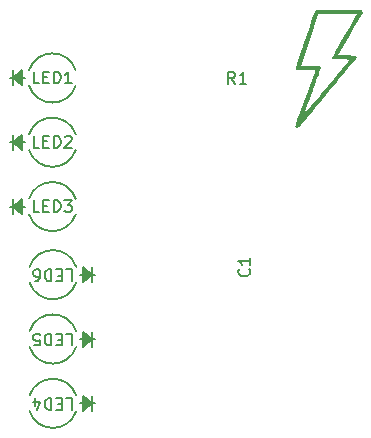
<source format=gbr>
%TF.GenerationSoftware,KiCad,Pcbnew,8.0.0*%
%TF.CreationDate,2024-03-27T12:37:06-02:30*%
%TF.ProjectId,test-receiver,74657374-2d72-4656-9365-697665722e6b,rev?*%
%TF.SameCoordinates,Original*%
%TF.FileFunction,Legend,Top*%
%TF.FilePolarity,Positive*%
%FSLAX46Y46*%
G04 Gerber Fmt 4.6, Leading zero omitted, Abs format (unit mm)*
G04 Created by KiCad (PCBNEW 8.0.0) date 2024-03-27 12:37:06*
%MOMM*%
%LPD*%
G01*
G04 APERTURE LIST*
%ADD10C,0.150000*%
%ADD11C,0.000000*%
%ADD12C,0.152400*%
G04 APERTURE END LIST*
D10*
X110651202Y-70684819D02*
X110175012Y-70684819D01*
X110175012Y-70684819D02*
X110175012Y-69684819D01*
X110984536Y-70161009D02*
X111317869Y-70161009D01*
X111460726Y-70684819D02*
X110984536Y-70684819D01*
X110984536Y-70684819D02*
X110984536Y-69684819D01*
X110984536Y-69684819D02*
X111460726Y-69684819D01*
X111889298Y-70684819D02*
X111889298Y-69684819D01*
X111889298Y-69684819D02*
X112127393Y-69684819D01*
X112127393Y-69684819D02*
X112270250Y-69732438D01*
X112270250Y-69732438D02*
X112365488Y-69827676D01*
X112365488Y-69827676D02*
X112413107Y-69922914D01*
X112413107Y-69922914D02*
X112460726Y-70113390D01*
X112460726Y-70113390D02*
X112460726Y-70256247D01*
X112460726Y-70256247D02*
X112413107Y-70446723D01*
X112413107Y-70446723D02*
X112365488Y-70541961D01*
X112365488Y-70541961D02*
X112270250Y-70637200D01*
X112270250Y-70637200D02*
X112127393Y-70684819D01*
X112127393Y-70684819D02*
X111889298Y-70684819D01*
X112794060Y-69684819D02*
X113413107Y-69684819D01*
X113413107Y-69684819D02*
X113079774Y-70065771D01*
X113079774Y-70065771D02*
X113222631Y-70065771D01*
X113222631Y-70065771D02*
X113317869Y-70113390D01*
X113317869Y-70113390D02*
X113365488Y-70161009D01*
X113365488Y-70161009D02*
X113413107Y-70256247D01*
X113413107Y-70256247D02*
X113413107Y-70494342D01*
X113413107Y-70494342D02*
X113365488Y-70589580D01*
X113365488Y-70589580D02*
X113317869Y-70637200D01*
X113317869Y-70637200D02*
X113222631Y-70684819D01*
X113222631Y-70684819D02*
X112936917Y-70684819D01*
X112936917Y-70684819D02*
X112841679Y-70637200D01*
X112841679Y-70637200D02*
X112794060Y-70589580D01*
X112929047Y-75545180D02*
X113405237Y-75545180D01*
X113405237Y-75545180D02*
X113405237Y-76545180D01*
X112595713Y-76068990D02*
X112262380Y-76068990D01*
X112119523Y-75545180D02*
X112595713Y-75545180D01*
X112595713Y-75545180D02*
X112595713Y-76545180D01*
X112595713Y-76545180D02*
X112119523Y-76545180D01*
X111690951Y-75545180D02*
X111690951Y-76545180D01*
X111690951Y-76545180D02*
X111452856Y-76545180D01*
X111452856Y-76545180D02*
X111309999Y-76497561D01*
X111309999Y-76497561D02*
X111214761Y-76402323D01*
X111214761Y-76402323D02*
X111167142Y-76307085D01*
X111167142Y-76307085D02*
X111119523Y-76116609D01*
X111119523Y-76116609D02*
X111119523Y-75973752D01*
X111119523Y-75973752D02*
X111167142Y-75783276D01*
X111167142Y-75783276D02*
X111214761Y-75688038D01*
X111214761Y-75688038D02*
X111309999Y-75592800D01*
X111309999Y-75592800D02*
X111452856Y-75545180D01*
X111452856Y-75545180D02*
X111690951Y-75545180D01*
X110262380Y-76545180D02*
X110452856Y-76545180D01*
X110452856Y-76545180D02*
X110548094Y-76497561D01*
X110548094Y-76497561D02*
X110595713Y-76449942D01*
X110595713Y-76449942D02*
X110690951Y-76307085D01*
X110690951Y-76307085D02*
X110738570Y-76116609D01*
X110738570Y-76116609D02*
X110738570Y-75735657D01*
X110738570Y-75735657D02*
X110690951Y-75640419D01*
X110690951Y-75640419D02*
X110643332Y-75592800D01*
X110643332Y-75592800D02*
X110548094Y-75545180D01*
X110548094Y-75545180D02*
X110357618Y-75545180D01*
X110357618Y-75545180D02*
X110262380Y-75592800D01*
X110262380Y-75592800D02*
X110214761Y-75640419D01*
X110214761Y-75640419D02*
X110167142Y-75735657D01*
X110167142Y-75735657D02*
X110167142Y-75973752D01*
X110167142Y-75973752D02*
X110214761Y-76068990D01*
X110214761Y-76068990D02*
X110262380Y-76116609D01*
X110262380Y-76116609D02*
X110357618Y-76164228D01*
X110357618Y-76164228D02*
X110548094Y-76164228D01*
X110548094Y-76164228D02*
X110643332Y-76116609D01*
X110643332Y-76116609D02*
X110690951Y-76068990D01*
X110690951Y-76068990D02*
X110738570Y-75973752D01*
X112929047Y-80990180D02*
X113405237Y-80990180D01*
X113405237Y-80990180D02*
X113405237Y-81990180D01*
X112595713Y-81513990D02*
X112262380Y-81513990D01*
X112119523Y-80990180D02*
X112595713Y-80990180D01*
X112595713Y-80990180D02*
X112595713Y-81990180D01*
X112595713Y-81990180D02*
X112119523Y-81990180D01*
X111690951Y-80990180D02*
X111690951Y-81990180D01*
X111690951Y-81990180D02*
X111452856Y-81990180D01*
X111452856Y-81990180D02*
X111309999Y-81942561D01*
X111309999Y-81942561D02*
X111214761Y-81847323D01*
X111214761Y-81847323D02*
X111167142Y-81752085D01*
X111167142Y-81752085D02*
X111119523Y-81561609D01*
X111119523Y-81561609D02*
X111119523Y-81418752D01*
X111119523Y-81418752D02*
X111167142Y-81228276D01*
X111167142Y-81228276D02*
X111214761Y-81133038D01*
X111214761Y-81133038D02*
X111309999Y-81037800D01*
X111309999Y-81037800D02*
X111452856Y-80990180D01*
X111452856Y-80990180D02*
X111690951Y-80990180D01*
X110214761Y-81990180D02*
X110690951Y-81990180D01*
X110690951Y-81990180D02*
X110738570Y-81513990D01*
X110738570Y-81513990D02*
X110690951Y-81561609D01*
X110690951Y-81561609D02*
X110595713Y-81609228D01*
X110595713Y-81609228D02*
X110357618Y-81609228D01*
X110357618Y-81609228D02*
X110262380Y-81561609D01*
X110262380Y-81561609D02*
X110214761Y-81513990D01*
X110214761Y-81513990D02*
X110167142Y-81418752D01*
X110167142Y-81418752D02*
X110167142Y-81180657D01*
X110167142Y-81180657D02*
X110214761Y-81085419D01*
X110214761Y-81085419D02*
X110262380Y-81037800D01*
X110262380Y-81037800D02*
X110357618Y-80990180D01*
X110357618Y-80990180D02*
X110595713Y-80990180D01*
X110595713Y-80990180D02*
X110690951Y-81037800D01*
X110690951Y-81037800D02*
X110738570Y-81085419D01*
X110651202Y-65239819D02*
X110175012Y-65239819D01*
X110175012Y-65239819D02*
X110175012Y-64239819D01*
X110984536Y-64716009D02*
X111317869Y-64716009D01*
X111460726Y-65239819D02*
X110984536Y-65239819D01*
X110984536Y-65239819D02*
X110984536Y-64239819D01*
X110984536Y-64239819D02*
X111460726Y-64239819D01*
X111889298Y-65239819D02*
X111889298Y-64239819D01*
X111889298Y-64239819D02*
X112127393Y-64239819D01*
X112127393Y-64239819D02*
X112270250Y-64287438D01*
X112270250Y-64287438D02*
X112365488Y-64382676D01*
X112365488Y-64382676D02*
X112413107Y-64477914D01*
X112413107Y-64477914D02*
X112460726Y-64668390D01*
X112460726Y-64668390D02*
X112460726Y-64811247D01*
X112460726Y-64811247D02*
X112413107Y-65001723D01*
X112413107Y-65001723D02*
X112365488Y-65096961D01*
X112365488Y-65096961D02*
X112270250Y-65192200D01*
X112270250Y-65192200D02*
X112127393Y-65239819D01*
X112127393Y-65239819D02*
X111889298Y-65239819D01*
X112841679Y-64335057D02*
X112889298Y-64287438D01*
X112889298Y-64287438D02*
X112984536Y-64239819D01*
X112984536Y-64239819D02*
X113222631Y-64239819D01*
X113222631Y-64239819D02*
X113317869Y-64287438D01*
X113317869Y-64287438D02*
X113365488Y-64335057D01*
X113365488Y-64335057D02*
X113413107Y-64430295D01*
X113413107Y-64430295D02*
X113413107Y-64525533D01*
X113413107Y-64525533D02*
X113365488Y-64668390D01*
X113365488Y-64668390D02*
X112794060Y-65239819D01*
X112794060Y-65239819D02*
X113413107Y-65239819D01*
X112929047Y-86435180D02*
X113405237Y-86435180D01*
X113405237Y-86435180D02*
X113405237Y-87435180D01*
X112595713Y-86958990D02*
X112262380Y-86958990D01*
X112119523Y-86435180D02*
X112595713Y-86435180D01*
X112595713Y-86435180D02*
X112595713Y-87435180D01*
X112595713Y-87435180D02*
X112119523Y-87435180D01*
X111690951Y-86435180D02*
X111690951Y-87435180D01*
X111690951Y-87435180D02*
X111452856Y-87435180D01*
X111452856Y-87435180D02*
X111309999Y-87387561D01*
X111309999Y-87387561D02*
X111214761Y-87292323D01*
X111214761Y-87292323D02*
X111167142Y-87197085D01*
X111167142Y-87197085D02*
X111119523Y-87006609D01*
X111119523Y-87006609D02*
X111119523Y-86863752D01*
X111119523Y-86863752D02*
X111167142Y-86673276D01*
X111167142Y-86673276D02*
X111214761Y-86578038D01*
X111214761Y-86578038D02*
X111309999Y-86482800D01*
X111309999Y-86482800D02*
X111452856Y-86435180D01*
X111452856Y-86435180D02*
X111690951Y-86435180D01*
X110262380Y-87101847D02*
X110262380Y-86435180D01*
X110500475Y-87482800D02*
X110738570Y-86768514D01*
X110738570Y-86768514D02*
X110119523Y-86768514D01*
X110651202Y-59794819D02*
X110175012Y-59794819D01*
X110175012Y-59794819D02*
X110175012Y-58794819D01*
X110984536Y-59271009D02*
X111317869Y-59271009D01*
X111460726Y-59794819D02*
X110984536Y-59794819D01*
X110984536Y-59794819D02*
X110984536Y-58794819D01*
X110984536Y-58794819D02*
X111460726Y-58794819D01*
X111889298Y-59794819D02*
X111889298Y-58794819D01*
X111889298Y-58794819D02*
X112127393Y-58794819D01*
X112127393Y-58794819D02*
X112270250Y-58842438D01*
X112270250Y-58842438D02*
X112365488Y-58937676D01*
X112365488Y-58937676D02*
X112413107Y-59032914D01*
X112413107Y-59032914D02*
X112460726Y-59223390D01*
X112460726Y-59223390D02*
X112460726Y-59366247D01*
X112460726Y-59366247D02*
X112413107Y-59556723D01*
X112413107Y-59556723D02*
X112365488Y-59651961D01*
X112365488Y-59651961D02*
X112270250Y-59747200D01*
X112270250Y-59747200D02*
X112127393Y-59794819D01*
X112127393Y-59794819D02*
X111889298Y-59794819D01*
X113413107Y-59794819D02*
X112841679Y-59794819D01*
X113127393Y-59794819D02*
X113127393Y-58794819D01*
X113127393Y-58794819D02*
X113032155Y-58937676D01*
X113032155Y-58937676D02*
X112936917Y-59032914D01*
X112936917Y-59032914D02*
X112841679Y-59080533D01*
X127235433Y-59834819D02*
X126902100Y-59358628D01*
X126664005Y-59834819D02*
X126664005Y-58834819D01*
X126664005Y-58834819D02*
X127044957Y-58834819D01*
X127044957Y-58834819D02*
X127140195Y-58882438D01*
X127140195Y-58882438D02*
X127187814Y-58930057D01*
X127187814Y-58930057D02*
X127235433Y-59025295D01*
X127235433Y-59025295D02*
X127235433Y-59168152D01*
X127235433Y-59168152D02*
X127187814Y-59263390D01*
X127187814Y-59263390D02*
X127140195Y-59311009D01*
X127140195Y-59311009D02*
X127044957Y-59358628D01*
X127044957Y-59358628D02*
X126664005Y-59358628D01*
X128187814Y-59834819D02*
X127616386Y-59834819D01*
X127902100Y-59834819D02*
X127902100Y-58834819D01*
X127902100Y-58834819D02*
X127806862Y-58977676D01*
X127806862Y-58977676D02*
X127711624Y-59072914D01*
X127711624Y-59072914D02*
X127616386Y-59120533D01*
X128419580Y-75526666D02*
X128467200Y-75574285D01*
X128467200Y-75574285D02*
X128514819Y-75717142D01*
X128514819Y-75717142D02*
X128514819Y-75812380D01*
X128514819Y-75812380D02*
X128467200Y-75955237D01*
X128467200Y-75955237D02*
X128371961Y-76050475D01*
X128371961Y-76050475D02*
X128276723Y-76098094D01*
X128276723Y-76098094D02*
X128086247Y-76145713D01*
X128086247Y-76145713D02*
X127943390Y-76145713D01*
X127943390Y-76145713D02*
X127752914Y-76098094D01*
X127752914Y-76098094D02*
X127657676Y-76050475D01*
X127657676Y-76050475D02*
X127562438Y-75955237D01*
X127562438Y-75955237D02*
X127514819Y-75812380D01*
X127514819Y-75812380D02*
X127514819Y-75717142D01*
X127514819Y-75717142D02*
X127562438Y-75574285D01*
X127562438Y-75574285D02*
X127610057Y-75526666D01*
X128514819Y-74574285D02*
X128514819Y-75145713D01*
X128514819Y-74859999D02*
X127514819Y-74859999D01*
X127514819Y-74859999D02*
X127657676Y-74955237D01*
X127657676Y-74955237D02*
X127752914Y-75050475D01*
X127752914Y-75050475D02*
X127800533Y-75145713D01*
D11*
%TO.C,G\u002A\u002A\u002A*%
G36*
X138021612Y-53672323D02*
G01*
X138049319Y-53721020D01*
X138056802Y-53767893D01*
X138039268Y-53829953D01*
X137991926Y-53924216D01*
X137910506Y-54066793D01*
X137854632Y-54162826D01*
X137764817Y-54316888D01*
X137645975Y-54520563D01*
X137503017Y-54765437D01*
X137340858Y-55043094D01*
X137164411Y-55345122D01*
X136978588Y-55663104D01*
X136848264Y-55886060D01*
X135959608Y-57406212D01*
X136711584Y-57425454D01*
X136983684Y-57433252D01*
X137188386Y-57442251D01*
X137335256Y-57454577D01*
X137433859Y-57472356D01*
X137493761Y-57497716D01*
X137524529Y-57532782D01*
X137535727Y-57579681D01*
X137536986Y-57608946D01*
X137513071Y-57646789D01*
X137444066Y-57738053D01*
X137334422Y-57877248D01*
X137188590Y-58058887D01*
X137011019Y-58277482D01*
X136806162Y-58527544D01*
X136578467Y-58803586D01*
X136332385Y-59100119D01*
X136163824Y-59302279D01*
X135866048Y-59658767D01*
X135549301Y-60037995D01*
X135223409Y-60428198D01*
X134898197Y-60817610D01*
X134583492Y-61194463D01*
X134289120Y-61546992D01*
X134024907Y-61863431D01*
X133810203Y-62120606D01*
X133532029Y-62453548D01*
X133298617Y-62732042D01*
X133105617Y-62960902D01*
X132948678Y-63144946D01*
X132823450Y-63288988D01*
X132725582Y-63397845D01*
X132650724Y-63476332D01*
X132594527Y-63529266D01*
X132552638Y-63561462D01*
X132520709Y-63577737D01*
X132494388Y-63582905D01*
X132489137Y-63583030D01*
X132418866Y-63553216D01*
X132362139Y-63493403D01*
X132351435Y-63472381D01*
X132345946Y-63444530D01*
X132347473Y-63404474D01*
X132357817Y-63346835D01*
X132378782Y-63266238D01*
X132412167Y-63157307D01*
X132459776Y-63014666D01*
X132523408Y-62832937D01*
X132604867Y-62606746D01*
X132705954Y-62330715D01*
X132828470Y-61999469D01*
X132974217Y-61607630D01*
X133144997Y-61149824D01*
X133169434Y-61084371D01*
X133319732Y-60681017D01*
X133461758Y-60298274D01*
X133593249Y-59942342D01*
X133711942Y-59619421D01*
X133815576Y-59335711D01*
X133901887Y-59097414D01*
X133968614Y-58910729D01*
X134013493Y-58781857D01*
X134034263Y-58716998D01*
X134035454Y-58710968D01*
X134023637Y-58692287D01*
X133982223Y-58678307D01*
X133902269Y-58668410D01*
X133774831Y-58661978D01*
X133590968Y-58658392D01*
X133341736Y-58657035D01*
X133254212Y-58656970D01*
X132972310Y-58656024D01*
X132758168Y-58652100D01*
X132602590Y-58643564D01*
X132496378Y-58628783D01*
X132430336Y-58606124D01*
X132395265Y-58573955D01*
X132381969Y-58530643D01*
X132380606Y-58501874D01*
X132392756Y-58452596D01*
X132427511Y-58338071D01*
X132442374Y-58291363D01*
X132815119Y-58291363D01*
X133605112Y-58301786D01*
X133904149Y-58307830D01*
X134142520Y-58317123D01*
X134315716Y-58329382D01*
X134419228Y-58344324D01*
X134446188Y-58354604D01*
X134487788Y-58425154D01*
X134497273Y-58482497D01*
X134484094Y-58534359D01*
X134446265Y-58651062D01*
X134386342Y-58825450D01*
X134306886Y-59050365D01*
X134210453Y-59318650D01*
X134099603Y-59623146D01*
X133976894Y-59956697D01*
X133844885Y-60312145D01*
X133807715Y-60411649D01*
X133673126Y-60771669D01*
X133546236Y-61111431D01*
X133429698Y-61423809D01*
X133326164Y-61701674D01*
X133238288Y-61937900D01*
X133168723Y-62125360D01*
X133120121Y-62256926D01*
X133095136Y-62325472D01*
X133092775Y-62332273D01*
X133087978Y-62352817D01*
X133093013Y-62359586D01*
X133111107Y-62348867D01*
X133145484Y-62316947D01*
X133199372Y-62260114D01*
X133275995Y-62174654D01*
X133378581Y-62056854D01*
X133510355Y-61903001D01*
X133674543Y-61709383D01*
X133874372Y-61472286D01*
X134113067Y-61187998D01*
X134393854Y-60852805D01*
X134719959Y-60462995D01*
X134798098Y-60369545D01*
X135073138Y-60040625D01*
X135342993Y-59717964D01*
X135601900Y-59408450D01*
X135844095Y-59118970D01*
X136063815Y-58856412D01*
X136255296Y-58627663D01*
X136412775Y-58439610D01*
X136530489Y-58299141D01*
X136583954Y-58235418D01*
X136707389Y-58086309D01*
X136810611Y-57957560D01*
X136884517Y-57860834D01*
X136920004Y-57807798D01*
X136921818Y-57802463D01*
X136885370Y-57792622D01*
X136784168Y-57784092D01*
X136630423Y-57777420D01*
X136436346Y-57773152D01*
X136236788Y-57771818D01*
X135972720Y-57770628D01*
X135775874Y-57765698D01*
X135636520Y-57754987D01*
X135544926Y-57736454D01*
X135491365Y-57708057D01*
X135466105Y-57667758D01*
X135459418Y-57613513D01*
X135459394Y-57608757D01*
X135472159Y-57571250D01*
X135511340Y-57490702D01*
X135578266Y-57364793D01*
X135674269Y-57191199D01*
X135800676Y-56967601D01*
X135958818Y-56691677D01*
X136150024Y-56361106D01*
X136375624Y-55973567D01*
X136636948Y-55526737D01*
X136935325Y-55018297D01*
X137235760Y-54507605D01*
X137339905Y-54328506D01*
X137428500Y-54171877D01*
X137494777Y-54050025D01*
X137531969Y-53975257D01*
X137537576Y-53958778D01*
X137499840Y-53949965D01*
X137389602Y-53942722D01*
X137211314Y-53937120D01*
X136969429Y-53933232D01*
X136668399Y-53931129D01*
X136312676Y-53930884D01*
X135911591Y-53932537D01*
X134285606Y-53942576D01*
X133550362Y-56116970D01*
X132815119Y-58291363D01*
X132442374Y-58291363D01*
X132482332Y-58165798D01*
X132554675Y-57943275D01*
X132642001Y-57678001D01*
X132741768Y-57377476D01*
X132851435Y-57049198D01*
X132968460Y-56700665D01*
X133090303Y-56339378D01*
X133214423Y-55972833D01*
X133338277Y-55608531D01*
X133459326Y-55253970D01*
X133575028Y-54916649D01*
X133682841Y-54604066D01*
X133780225Y-54323721D01*
X133864638Y-54083112D01*
X133933539Y-53889739D01*
X133984388Y-53751099D01*
X134014642Y-53674692D01*
X134020194Y-53663560D01*
X134075714Y-53576970D01*
X136017424Y-53576970D01*
X137959135Y-53576970D01*
X138021612Y-53672323D01*
G37*
D12*
%TO.C,LED3*%
X108417450Y-69595000D02*
X108417450Y-70865000D01*
X108417450Y-70230000D02*
X109179450Y-69595000D01*
X108417450Y-70230000D02*
X109179450Y-69722000D01*
X108417450Y-70230000D02*
X109179450Y-69849000D01*
X108417450Y-70230000D02*
X109179450Y-69976000D01*
X108417450Y-70230000D02*
X109179450Y-70103000D01*
X108417450Y-70230000D02*
X109179450Y-70357000D01*
X108417450Y-70230000D02*
X109179450Y-70484000D01*
X108417450Y-70230000D02*
X109179450Y-70611000D01*
X108417450Y-70230000D02*
X109179450Y-70738000D01*
X108417450Y-70230000D02*
X109179450Y-70865000D01*
X109179450Y-69595000D02*
X109179450Y-70865000D01*
X109433450Y-70230000D02*
X108163450Y-70230000D01*
X109796064Y-69566192D02*
G75*
G02*
X113744436Y-69566192I1974186J-663808D01*
G01*
X113744436Y-70893808D02*
G75*
G02*
X109796064Y-70893808I-1974186J663808D01*
G01*
%TO.C,LED6*%
X114146800Y-76000000D02*
X115416800Y-76000000D01*
X114400800Y-76635000D02*
X114400800Y-75365000D01*
X115162800Y-76000000D02*
X114400800Y-75365000D01*
X115162800Y-76000000D02*
X114400800Y-75492000D01*
X115162800Y-76000000D02*
X114400800Y-75619000D01*
X115162800Y-76000000D02*
X114400800Y-75746000D01*
X115162800Y-76000000D02*
X114400800Y-75873000D01*
X115162800Y-76000000D02*
X114400800Y-76127000D01*
X115162800Y-76000000D02*
X114400800Y-76254000D01*
X115162800Y-76000000D02*
X114400800Y-76381000D01*
X115162800Y-76000000D02*
X114400800Y-76508000D01*
X115162800Y-76000000D02*
X114400800Y-76635000D01*
X115162800Y-76635000D02*
X115162800Y-75365000D01*
X109835814Y-75336192D02*
G75*
G02*
X113784186Y-75336192I1974186J-663808D01*
G01*
X113784186Y-76663808D02*
G75*
G02*
X109835814Y-76663808I-1974186J663808D01*
G01*
%TO.C,LED5*%
X114146800Y-81445000D02*
X115416800Y-81445000D01*
X114400800Y-82080000D02*
X114400800Y-80810000D01*
X115162800Y-81445000D02*
X114400800Y-80810000D01*
X115162800Y-81445000D02*
X114400800Y-80937000D01*
X115162800Y-81445000D02*
X114400800Y-81064000D01*
X115162800Y-81445000D02*
X114400800Y-81191000D01*
X115162800Y-81445000D02*
X114400800Y-81318000D01*
X115162800Y-81445000D02*
X114400800Y-81572000D01*
X115162800Y-81445000D02*
X114400800Y-81699000D01*
X115162800Y-81445000D02*
X114400800Y-81826000D01*
X115162800Y-81445000D02*
X114400800Y-81953000D01*
X115162800Y-81445000D02*
X114400800Y-82080000D01*
X115162800Y-82080000D02*
X115162800Y-80810000D01*
X109835814Y-80781192D02*
G75*
G02*
X113784186Y-80781192I1974186J-663808D01*
G01*
X113784186Y-82108808D02*
G75*
G02*
X109835814Y-82108808I-1974186J663808D01*
G01*
%TO.C,LED2*%
X108417450Y-64150000D02*
X108417450Y-65420000D01*
X108417450Y-64785000D02*
X109179450Y-64150000D01*
X108417450Y-64785000D02*
X109179450Y-64277000D01*
X108417450Y-64785000D02*
X109179450Y-64404000D01*
X108417450Y-64785000D02*
X109179450Y-64531000D01*
X108417450Y-64785000D02*
X109179450Y-64658000D01*
X108417450Y-64785000D02*
X109179450Y-64912000D01*
X108417450Y-64785000D02*
X109179450Y-65039000D01*
X108417450Y-64785000D02*
X109179450Y-65166000D01*
X108417450Y-64785000D02*
X109179450Y-65293000D01*
X108417450Y-64785000D02*
X109179450Y-65420000D01*
X109179450Y-64150000D02*
X109179450Y-65420000D01*
X109433450Y-64785000D02*
X108163450Y-64785000D01*
X109796064Y-64121192D02*
G75*
G02*
X113744436Y-64121192I1974186J-663808D01*
G01*
X113744436Y-65448808D02*
G75*
G02*
X109796064Y-65448808I-1974186J663808D01*
G01*
%TO.C,LED4*%
X114146800Y-86890000D02*
X115416800Y-86890000D01*
X114400800Y-87525000D02*
X114400800Y-86255000D01*
X115162800Y-86890000D02*
X114400800Y-86255000D01*
X115162800Y-86890000D02*
X114400800Y-86382000D01*
X115162800Y-86890000D02*
X114400800Y-86509000D01*
X115162800Y-86890000D02*
X114400800Y-86636000D01*
X115162800Y-86890000D02*
X114400800Y-86763000D01*
X115162800Y-86890000D02*
X114400800Y-87017000D01*
X115162800Y-86890000D02*
X114400800Y-87144000D01*
X115162800Y-86890000D02*
X114400800Y-87271000D01*
X115162800Y-86890000D02*
X114400800Y-87398000D01*
X115162800Y-86890000D02*
X114400800Y-87525000D01*
X115162800Y-87525000D02*
X115162800Y-86255000D01*
X109835814Y-86226192D02*
G75*
G02*
X113784186Y-86226192I1974186J-663808D01*
G01*
X113784186Y-87553808D02*
G75*
G02*
X109835814Y-87553808I-1974186J663808D01*
G01*
%TO.C,LED1*%
X108417450Y-58705000D02*
X108417450Y-59975000D01*
X108417450Y-59340000D02*
X109179450Y-58705000D01*
X108417450Y-59340000D02*
X109179450Y-58832000D01*
X108417450Y-59340000D02*
X109179450Y-58959000D01*
X108417450Y-59340000D02*
X109179450Y-59086000D01*
X108417450Y-59340000D02*
X109179450Y-59213000D01*
X108417450Y-59340000D02*
X109179450Y-59467000D01*
X108417450Y-59340000D02*
X109179450Y-59594000D01*
X108417450Y-59340000D02*
X109179450Y-59721000D01*
X108417450Y-59340000D02*
X109179450Y-59848000D01*
X108417450Y-59340000D02*
X109179450Y-59975000D01*
X109179450Y-58705000D02*
X109179450Y-59975000D01*
X109433450Y-59340000D02*
X108163450Y-59340000D01*
X109796064Y-58676192D02*
G75*
G02*
X113744436Y-58676192I1974186J-663808D01*
G01*
X113744436Y-60003808D02*
G75*
G02*
X109796064Y-60003808I-1974186J663808D01*
G01*
%TD*%
M02*

</source>
